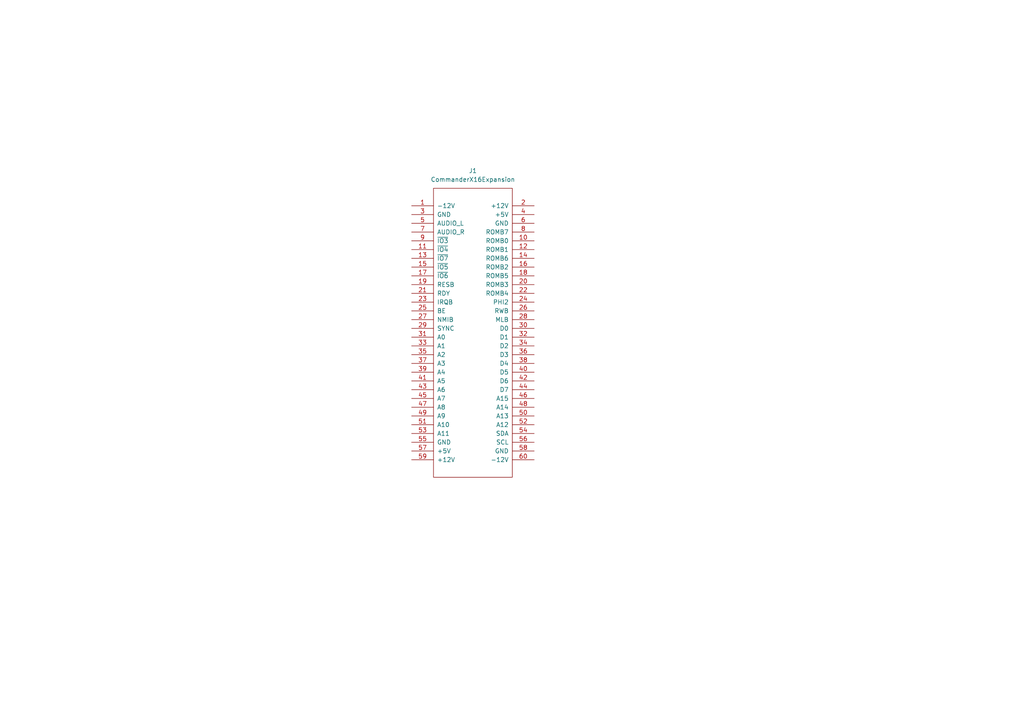
<source format=kicad_sch>
(kicad_sch (version 20230121) (generator eeschema)
  (paper "A4")
  (lib_symbols
    (symbol "CommanderX16Expansion:CommanderX16Expansion" (pin_names (offset 1.016)) (in_bom no)
      (property "Reference" "J" (at 0 -2.54 0))
      (property "Value" "CommanderX16Expansion" (at 0 2.54 0))
      (symbol "CommanderX16Expansion_1_0"
        (rectangle (start -11.43 -41.91) (end 11.43 41.91))
      )
      (symbol "CommanderX16Expansion_1_1"
        (pin power_out line (at -17.78 36.83 0) (length 6.35) (name "-12V") (number "1"))
        (pin output line (at 17.78 26.67 180) (length 6.35) (name "ROMB0") (number "10"))
        (pin output line (at -17.78 24.13 0) (length 6.35) (name "~{IO4}") (number "11"))
        (pin output line (at 17.78 24.13 180) (length 6.35) (name "ROMB1") (number "12"))
        (pin output line (at -17.78 21.59 0) (length 6.35) (name "~{IO7}") (number "13"))
        (pin output line (at 17.78 21.59 180) (length 6.35) (name "ROMB6") (number "14"))
        (pin output line (at -17.78 19.05 0) (length 6.35) (name "~{IO5}") (number "15"))
        (pin output line (at 17.78 19.05 180) (length 6.35) (name "ROMB2") (number "16"))
        (pin output line (at -17.78 16.51 0) (length 6.35) (name "~{IO6}") (number "17"))
        (pin output line (at 17.78 16.51 180) (length 6.35) (name "ROMB5") (number "18"))
        (pin bidirectional line (at -17.78 13.97 0) (length 6.35) (name "RESB") (number "19"))
        (pin power_out line (at 17.78 36.83 180) (length 6.35) (name "+12V") (number "2"))
        (pin output line (at 17.78 13.97 180) (length 6.35) (name "ROMB3") (number "20"))
        (pin bidirectional line (at -17.78 11.43 0) (length 6.35) (name "RDY") (number "21"))
        (pin output line (at 17.78 11.43 180) (length 6.35) (name "ROMB4") (number "22"))
        (pin input line (at -17.78 8.89 0) (length 6.35) (name "IRQB") (number "23"))
        (pin output line (at 17.78 8.89 180) (length 6.35) (name "PHI2") (number "24"))
        (pin input line (at -17.78 6.35 0) (length 6.35) (name "BE") (number "25"))
        (pin output line (at 17.78 6.35 180) (length 6.35) (name "RWB") (number "26"))
        (pin input line (at -17.78 3.81 0) (length 6.35) (name "NMIB") (number "27"))
        (pin output line (at 17.78 3.81 180) (length 6.35) (name "MLB") (number "28"))
        (pin output line (at -17.78 1.27 0) (length 6.35) (name "SYNC") (number "29"))
        (pin power_out line (at -17.78 34.29 0) (length 6.35) (name "GND") (number "3"))
        (pin bidirectional line (at 17.78 1.27 180) (length 6.35) (name "D0") (number "30"))
        (pin output line (at -17.78 -1.27 0) (length 6.35) (name "A0") (number "31"))
        (pin bidirectional line (at 17.78 -1.27 180) (length 6.35) (name "D1") (number "32"))
        (pin output line (at -17.78 -3.81 0) (length 6.35) (name "A1") (number "33"))
        (pin bidirectional line (at 17.78 -3.81 180) (length 6.35) (name "D2") (number "34"))
        (pin output line (at -17.78 -6.35 0) (length 6.35) (name "A2") (number "35"))
        (pin bidirectional line (at 17.78 -6.35 180) (length 6.35) (name "D3") (number "36"))
        (pin output line (at -17.78 -8.89 0) (length 6.35) (name "A3") (number "37"))
        (pin bidirectional line (at 17.78 -8.89 180) (length 6.35) (name "D4") (number "38"))
        (pin output line (at -17.78 -11.43 0) (length 6.35) (name "A4") (number "39"))
        (pin power_out line (at 17.78 34.29 180) (length 6.35) (name "+5V") (number "4"))
        (pin bidirectional line (at 17.78 -11.43 180) (length 6.35) (name "D5") (number "40"))
        (pin output line (at -17.78 -13.97 0) (length 6.35) (name "A5") (number "41"))
        (pin bidirectional line (at 17.78 -13.97 180) (length 6.35) (name "D6") (number "42"))
        (pin output line (at -17.78 -16.51 0) (length 6.35) (name "A6") (number "43"))
        (pin bidirectional line (at 17.78 -16.51 180) (length 6.35) (name "D7") (number "44"))
        (pin output line (at -17.78 -19.05 0) (length 6.35) (name "A7") (number "45"))
        (pin output line (at 17.78 -19.05 180) (length 6.35) (name "A15") (number "46"))
        (pin output line (at -17.78 -21.59 0) (length 6.35) (name "A8") (number "47"))
        (pin output line (at 17.78 -21.59 180) (length 6.35) (name "A14") (number "48"))
        (pin output line (at -17.78 -24.13 0) (length 6.35) (name "A9") (number "49"))
        (pin bidirectional line (at -17.78 31.75 0) (length 6.35) (name "AUDIO_L") (number "5"))
        (pin output line (at 17.78 -24.13 180) (length 6.35) (name "A13") (number "50"))
        (pin output line (at -17.78 -26.67 0) (length 6.35) (name "A10") (number "51"))
        (pin output line (at 17.78 -26.67 180) (length 6.35) (name "A12") (number "52"))
        (pin output line (at -17.78 -29.21 0) (length 6.35) (name "A11") (number "53"))
        (pin bidirectional line (at 17.78 -29.21 180) (length 6.35) (name "SDA") (number "54"))
        (pin power_out line (at -17.78 -31.75 0) (length 6.35) (name "GND") (number "55"))
        (pin output line (at 17.78 -31.75 180) (length 6.35) (name "SCL") (number "56"))
        (pin power_out line (at -17.78 -34.29 0) (length 6.35) (name "+5V") (number "57"))
        (pin power_out line (at 17.78 -34.29 180) (length 6.35) (name "GND") (number "58"))
        (pin power_out line (at -17.78 -36.83 0) (length 6.35) (name "+12V") (number "59"))
        (pin power_out line (at 17.78 31.75 180) (length 6.35) (name "GND") (number "6"))
        (pin power_out line (at 17.78 -36.83 180) (length 6.35) (name "-12V") (number "60"))
        (pin bidirectional line (at -17.78 29.21 0) (length 6.35) (name "AUDIO_R") (number "7"))
        (pin output line (at 17.78 29.21 180) (length 6.35) (name "ROMB7") (number "8"))
        (pin output line (at -17.78 26.67 0) (length 6.35) (name "~{IO3}") (number "9"))
      )
    )
  )
  (symbol (lib_id "CommanderX16Expansion:CommanderX16Expansion") (at 137.16 96.52 0) (unit 1) (in_bom no)
    (property "Reference" "J1" (at 137.16 49.53 0))
    (property "Value" "CommanderX16Expansion" (at 137.16 52.07 0))
    (property "Footprint" "CommanderX16Expansion:CommanderX16Expansion" (effects hide))
    (property "Datasheet" "https://github.com/x16community/x16-docs" (effects hide))
  )
)
</source>
